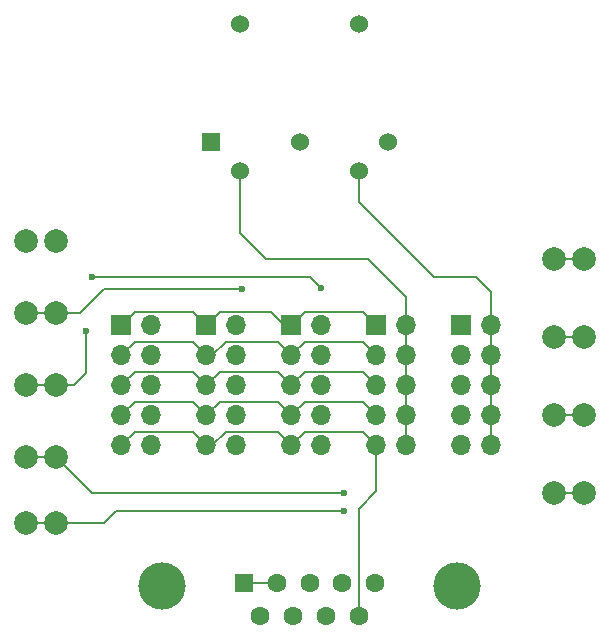
<source format=gbr>
%TF.GenerationSoftware,KiCad,Pcbnew,8.0.2*%
%TF.CreationDate,2024-08-10T15:59:04+02:00*%
%TF.ProjectId,p2000m-mda-interface,70323030-306d-42d6-9d64-612d696e7465,rev?*%
%TF.SameCoordinates,Original*%
%TF.FileFunction,Copper,L2,Bot*%
%TF.FilePolarity,Positive*%
%FSLAX46Y46*%
G04 Gerber Fmt 4.6, Leading zero omitted, Abs format (unit mm)*
G04 Created by KiCad (PCBNEW 8.0.2) date 2024-08-10 15:59:04*
%MOMM*%
%LPD*%
G01*
G04 APERTURE LIST*
%TA.AperFunction,ComponentPad*%
%ADD10C,2.000000*%
%TD*%
%TA.AperFunction,ComponentPad*%
%ADD11R,1.700000X1.700000*%
%TD*%
%TA.AperFunction,ComponentPad*%
%ADD12O,1.700000X1.700000*%
%TD*%
%TA.AperFunction,ComponentPad*%
%ADD13C,1.524000*%
%TD*%
%TA.AperFunction,ComponentPad*%
%ADD14R,1.524000X1.524000*%
%TD*%
%TA.AperFunction,ComponentPad*%
%ADD15C,4.000000*%
%TD*%
%TA.AperFunction,ComponentPad*%
%ADD16R,1.600000X1.600000*%
%TD*%
%TA.AperFunction,ComponentPad*%
%ADD17C,1.600000*%
%TD*%
%TA.AperFunction,ViaPad*%
%ADD18C,0.600000*%
%TD*%
%TA.AperFunction,Conductor*%
%ADD19C,0.200000*%
%TD*%
G04 APERTURE END LIST*
D10*
%TO.P,TP9,1,1*%
%TO.N,GND*%
X64516000Y-61976000D03*
X67056000Y-61976000D03*
%TD*%
%TO.P,TP8,1,1*%
%TO.N,5*%
X19812000Y-64516000D03*
X22352000Y-64516000D03*
%TD*%
%TO.P,TP7,1,1*%
%TO.N,4*%
X19812000Y-58928000D03*
X22352000Y-58928000D03*
%TD*%
%TO.P,TP6,1,1*%
%TO.N,3*%
X19812000Y-52832000D03*
X22352000Y-52832000D03*
%TD*%
%TO.P,TP5,1,1*%
%TO.N,2*%
X19812000Y-46736000D03*
X22352000Y-46736000D03*
%TD*%
%TO.P,TP4,1,1*%
%TO.N,1*%
X19812000Y-40640000D03*
X22352000Y-40640000D03*
%TD*%
%TO.P,TP3,1,1*%
%TO.N,GND*%
X64516000Y-55372000D03*
X67056000Y-55372000D03*
%TD*%
%TO.P,TP2,1,1*%
%TO.N,GND*%
X64516000Y-48768000D03*
X67056000Y-48768000D03*
%TD*%
%TO.P,TP1,1,1*%
%TO.N,GND*%
X64516000Y-42164000D03*
X67056000Y-42164000D03*
%TD*%
D11*
%TO.P,J7,1,Pin_1*%
%TO.N,GND*%
X56652000Y-47752000D03*
D12*
%TO.P,J7,2,Pin_2*%
%TO.N,5*%
X59192000Y-47752000D03*
%TO.P,J7,3,Pin_3*%
%TO.N,I*%
X56652000Y-50292000D03*
%TO.P,J7,4,Pin_4*%
%TO.N,5*%
X59192000Y-50292000D03*
%TO.P,J7,5,Pin_5*%
%TO.N,P*%
X56652000Y-52832000D03*
%TO.P,J7,6,Pin_6*%
%TO.N,5*%
X59192000Y-52832000D03*
%TO.P,J7,7,Pin_7*%
%TO.N,H*%
X56652000Y-55372000D03*
%TO.P,J7,8,Pin_8*%
%TO.N,5*%
X59192000Y-55372000D03*
%TO.P,J7,9,Pin_9*%
%TO.N,V*%
X56652000Y-57912000D03*
%TO.P,J7,10,Pin_10*%
%TO.N,5*%
X59192000Y-57912000D03*
%TD*%
D11*
%TO.P,J6,1,Pin_1*%
%TO.N,GND*%
X49452000Y-47752000D03*
D12*
%TO.P,J6,2,Pin_2*%
%TO.N,4*%
X51992000Y-47752000D03*
%TO.P,J6,3,Pin_3*%
%TO.N,I*%
X49452000Y-50292000D03*
%TO.P,J6,4,Pin_4*%
%TO.N,4*%
X51992000Y-50292000D03*
%TO.P,J6,5,Pin_5*%
%TO.N,P*%
X49452000Y-52832000D03*
%TO.P,J6,6,Pin_6*%
%TO.N,4*%
X51992000Y-52832000D03*
%TO.P,J6,7,Pin_7*%
%TO.N,H*%
X49452000Y-55372000D03*
%TO.P,J6,8,Pin_8*%
%TO.N,4*%
X51992000Y-55372000D03*
%TO.P,J6,9,Pin_9*%
%TO.N,V*%
X49452000Y-57912000D03*
%TO.P,J6,10,Pin_10*%
%TO.N,4*%
X51992000Y-57912000D03*
%TD*%
D11*
%TO.P,J5,1,Pin_1*%
%TO.N,GND*%
X42252000Y-47752000D03*
D12*
%TO.P,J5,2,Pin_2*%
%TO.N,3*%
X44792000Y-47752000D03*
%TO.P,J5,3,Pin_3*%
%TO.N,I*%
X42252000Y-50292000D03*
%TO.P,J5,4,Pin_4*%
%TO.N,3*%
X44792000Y-50292000D03*
%TO.P,J5,5,Pin_5*%
%TO.N,P*%
X42252000Y-52832000D03*
%TO.P,J5,6,Pin_6*%
%TO.N,3*%
X44792000Y-52832000D03*
%TO.P,J5,7,Pin_7*%
%TO.N,H*%
X42252000Y-55372000D03*
%TO.P,J5,8,Pin_8*%
%TO.N,3*%
X44792000Y-55372000D03*
%TO.P,J5,9,Pin_9*%
%TO.N,V*%
X42252000Y-57912000D03*
%TO.P,J5,10,Pin_10*%
%TO.N,3*%
X44792000Y-57912000D03*
%TD*%
D11*
%TO.P,J4,1,Pin_1*%
%TO.N,GND*%
X35052000Y-47752000D03*
D12*
%TO.P,J4,2,Pin_2*%
%TO.N,2*%
X37592000Y-47752000D03*
%TO.P,J4,3,Pin_3*%
%TO.N,I*%
X35052000Y-50292000D03*
%TO.P,J4,4,Pin_4*%
%TO.N,2*%
X37592000Y-50292000D03*
%TO.P,J4,5,Pin_5*%
%TO.N,P*%
X35052000Y-52832000D03*
%TO.P,J4,6,Pin_6*%
%TO.N,2*%
X37592000Y-52832000D03*
%TO.P,J4,7,Pin_7*%
%TO.N,H*%
X35052000Y-55372000D03*
%TO.P,J4,8,Pin_8*%
%TO.N,2*%
X37592000Y-55372000D03*
%TO.P,J4,9,Pin_9*%
%TO.N,V*%
X35052000Y-57912000D03*
%TO.P,J4,10,Pin_10*%
%TO.N,2*%
X37592000Y-57912000D03*
%TD*%
D11*
%TO.P,J3,1,Pin_1*%
%TO.N,GND*%
X27852000Y-47752000D03*
D12*
%TO.P,J3,2,Pin_2*%
%TO.N,1*%
X30392000Y-47752000D03*
%TO.P,J3,3,Pin_3*%
%TO.N,I*%
X27852000Y-50292000D03*
%TO.P,J3,4,Pin_4*%
%TO.N,1*%
X30392000Y-50292000D03*
%TO.P,J3,5,Pin_5*%
%TO.N,P*%
X27852000Y-52832000D03*
%TO.P,J3,6,Pin_6*%
%TO.N,1*%
X30392000Y-52832000D03*
%TO.P,J3,7,Pin_7*%
%TO.N,H*%
X27852000Y-55372000D03*
%TO.P,J3,8,Pin_8*%
%TO.N,1*%
X30392000Y-55372000D03*
%TO.P,J3,9,Pin_9*%
%TO.N,V*%
X27852000Y-57912000D03*
%TO.P,J3,10,Pin_10*%
%TO.N,1*%
X30392000Y-57912000D03*
%TD*%
D13*
%TO.P,J2,*%
%TO.N,*%
X37942500Y-22210000D03*
X47942500Y-22210000D03*
D14*
%TO.P,J2,1*%
%TO.N,1*%
X35442500Y-32210000D03*
D13*
%TO.P,J2,2*%
%TO.N,2*%
X42942500Y-32210000D03*
%TO.P,J2,3*%
%TO.N,3*%
X50442500Y-32210000D03*
%TO.P,J2,4*%
%TO.N,4*%
X37942500Y-34710000D03*
%TO.P,J2,5*%
%TO.N,5*%
X47942500Y-34710000D03*
%TD*%
D15*
%TO.P,J1,0*%
%TO.N,N/C*%
X31287500Y-69845000D03*
X56287500Y-69845000D03*
D16*
%TO.P,J1,1,1*%
%TO.N,GND*%
X38247500Y-69545000D03*
D17*
%TO.P,J1,2,2*%
X41017500Y-69545000D03*
%TO.P,J1,3,3*%
%TO.N,unconnected-(J1-Pad3)*%
X43787500Y-69545000D03*
%TO.P,J1,4,4*%
%TO.N,unconnected-(J1-Pad4)*%
X46557500Y-69545000D03*
%TO.P,J1,5,5*%
%TO.N,unconnected-(J1-Pad5)*%
X49327500Y-69545000D03*
%TO.P,J1,6,6*%
%TO.N,I*%
X39632500Y-72385000D03*
%TO.P,J1,7,7*%
%TO.N,P*%
X42402500Y-72385000D03*
%TO.P,J1,8,8*%
%TO.N,H*%
X45172500Y-72385000D03*
%TO.P,J1,9,9*%
%TO.N,V*%
X47942500Y-72385000D03*
%TD*%
D18*
%TO.N,5*%
X46736000Y-63500000D03*
%TO.N,4*%
X46736000Y-61976000D03*
%TO.N,3*%
X44792000Y-44616000D03*
X25400000Y-43688000D03*
X24892000Y-48260000D03*
%TO.N,2*%
X38100000Y-44704000D03*
%TD*%
D19*
%TO.N,GND*%
X64516000Y-42164000D02*
X67056000Y-42164000D01*
X67056000Y-48768000D02*
X64516000Y-48768000D01*
X64516000Y-55372000D02*
X67056000Y-55372000D01*
X67056000Y-61976000D02*
X64516000Y-61976000D01*
%TO.N,5*%
X27432000Y-63500000D02*
X46736000Y-63500000D01*
X26416000Y-64516000D02*
X27432000Y-63500000D01*
X22352000Y-64516000D02*
X26416000Y-64516000D01*
X19812000Y-64516000D02*
X22352000Y-64516000D01*
%TO.N,4*%
X25400000Y-61976000D02*
X46736000Y-61976000D01*
X22352000Y-58928000D02*
X25400000Y-61976000D01*
X19812000Y-58928000D02*
X22352000Y-58928000D01*
%TO.N,3*%
X25400000Y-43688000D02*
X43864000Y-43688000D01*
X23876000Y-52832000D02*
X24892000Y-51816000D01*
X22352000Y-52832000D02*
X23876000Y-52832000D01*
X43864000Y-43688000D02*
X44792000Y-44616000D01*
X24892000Y-51816000D02*
X24892000Y-48260000D01*
X19812000Y-52832000D02*
X22352000Y-52832000D01*
%TO.N,2*%
X22352000Y-46736000D02*
X24384000Y-46736000D01*
X24384000Y-46736000D02*
X26416000Y-44704000D01*
X26416000Y-44704000D02*
X38100000Y-44704000D01*
X19812000Y-46736000D02*
X22352000Y-46736000D01*
%TO.N,GND*%
X41017500Y-69545000D02*
X38247500Y-69545000D01*
%TO.N,V*%
X49452000Y-61800000D02*
X49452000Y-57912000D01*
X47942500Y-63309500D02*
X49452000Y-61800000D01*
X47942500Y-72385000D02*
X47942500Y-63309500D01*
X48302000Y-56762000D02*
X49452000Y-57912000D01*
X43402000Y-56762000D02*
X48302000Y-56762000D01*
X42252000Y-57912000D02*
X43402000Y-56762000D01*
X41102000Y-56762000D02*
X42252000Y-57912000D01*
X36710000Y-56762000D02*
X41102000Y-56762000D01*
X35560000Y-57912000D02*
X36710000Y-56762000D01*
X35052000Y-57912000D02*
X35560000Y-57912000D01*
%TO.N,H*%
X43402000Y-54222000D02*
X48302000Y-54222000D01*
X42252000Y-55372000D02*
X43402000Y-54222000D01*
X48302000Y-54222000D02*
X49452000Y-55372000D01*
X41102000Y-54222000D02*
X42252000Y-55372000D01*
X36202000Y-54222000D02*
X41102000Y-54222000D01*
X35052000Y-55372000D02*
X36202000Y-54222000D01*
%TO.N,P*%
X48302000Y-51682000D02*
X49452000Y-52832000D01*
X43402000Y-51682000D02*
X48302000Y-51682000D01*
X42252000Y-52832000D02*
X43402000Y-51682000D01*
X36202000Y-51682000D02*
X41102000Y-51682000D01*
X35052000Y-52832000D02*
X36202000Y-51682000D01*
X41102000Y-51682000D02*
X42252000Y-52832000D01*
%TO.N,V*%
X29002000Y-56762000D02*
X33902000Y-56762000D01*
X33902000Y-56762000D02*
X35052000Y-57912000D01*
X27852000Y-57912000D02*
X29002000Y-56762000D01*
%TO.N,H*%
X33902000Y-54222000D02*
X35052000Y-55372000D01*
X29002000Y-54222000D02*
X33902000Y-54222000D01*
X27852000Y-55372000D02*
X29002000Y-54222000D01*
%TO.N,P*%
X29002000Y-51682000D02*
X33902000Y-51682000D01*
X33902000Y-51682000D02*
X35052000Y-52832000D01*
X27852000Y-52832000D02*
X29002000Y-51682000D01*
%TO.N,I*%
X48302000Y-49142000D02*
X49452000Y-50292000D01*
X43402000Y-49142000D02*
X48302000Y-49142000D01*
X42252000Y-50292000D02*
X43402000Y-49142000D01*
X41102000Y-49142000D02*
X42252000Y-50292000D01*
X36710000Y-49142000D02*
X41102000Y-49142000D01*
X35560000Y-50292000D02*
X36710000Y-49142000D01*
X35052000Y-50292000D02*
X35560000Y-50292000D01*
X33902000Y-49142000D02*
X35052000Y-50292000D01*
X29002000Y-49142000D02*
X33902000Y-49142000D01*
X27852000Y-50292000D02*
X29002000Y-49142000D01*
%TO.N,GND*%
X29002000Y-46602000D02*
X27852000Y-47752000D01*
X35052000Y-47752000D02*
X33902000Y-46602000D01*
X33902000Y-46602000D02*
X29002000Y-46602000D01*
X36202000Y-46602000D02*
X35052000Y-47752000D01*
X40506000Y-46602000D02*
X36202000Y-46602000D01*
X41656000Y-47752000D02*
X40506000Y-46602000D01*
X42252000Y-47752000D02*
X41656000Y-47752000D01*
X43402000Y-46602000D02*
X42252000Y-47752000D01*
X48302000Y-46602000D02*
X43402000Y-46602000D01*
X49452000Y-47752000D02*
X48302000Y-46602000D01*
%TO.N,5*%
X47942500Y-37274500D02*
X47942500Y-34710000D01*
X54356000Y-43688000D02*
X47942500Y-37274500D01*
X59192000Y-44968000D02*
X57912000Y-43688000D01*
X59192000Y-47752000D02*
X59192000Y-44968000D01*
X57912000Y-43688000D02*
X54356000Y-43688000D01*
X59192000Y-57912000D02*
X59192000Y-47752000D01*
%TO.N,4*%
X37942500Y-39974500D02*
X37942500Y-34710000D01*
X40132000Y-42164000D02*
X37942500Y-39974500D01*
X48768000Y-42164000D02*
X40132000Y-42164000D01*
X51992000Y-45388000D02*
X48768000Y-42164000D01*
X51992000Y-47752000D02*
X51992000Y-45388000D01*
X51992000Y-57912000D02*
X51992000Y-47752000D01*
%TD*%
M02*

</source>
